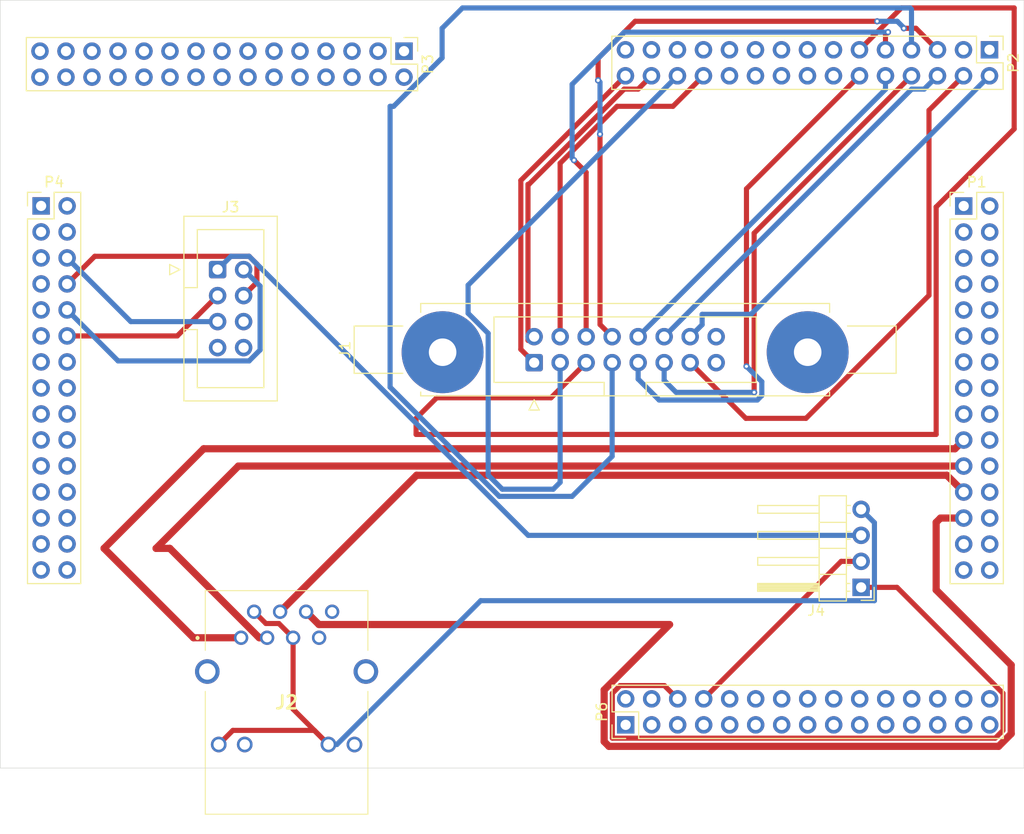
<source format=kicad_pcb>
(kicad_pcb (version 20221018) (generator pcbnew)
  (layers (0 "F.Cu" signal) (31 "B.Cu" signal) (34 "B.Paste" user) (35 "F.Paste" user) (36 "B.SilkS" user "B.Silkscreen") (37 "F.SilkS" user "F.Silkscreen") (38 "B.Mask" user) (39 "F.Mask" user) (44 "Edge.Cuts" user))
  (net 0 "")
  (net 3 "/screen_module/T_IRQ")
  (net 4 "/screen_module/T_DO")
  (net 5 "/screen_module/T_DIN")
  (net 6 "/screen_module/T_CS")
  (net 7 "/screen_module/T_CLK")
  (net 8 "/screen_module/SDO(MISO)")
  (net 9 "/screen_module/LED")
  (net 10 "/screen_module/SCK")
  (net 11 "/screen_module/SDI(MOSI)")
  (net 12 "/screen_module/DC")
  (net 13 "/screen_module/RESET")
  (net 14 "/screen_module/CS")
  (net 15 "/screen_module/GND")
  (net 16 "/screen_module/VCC")
  (net 129 "/ethernet_module/TD+")
  (net 130 "+3.3V")
  (net 143 "/ethernet_module/TD-")
  (net 146 "/ethernet_module/RD+")
  (net 147 "/ethernet_module/RD-")
  (net 148 "/ethernet_module/YLED-")
  (net 149 "/ethernet_module/GLED-")
  (net 150 "Net-(J2-Pad10)")
  (net 151 "Net-(J2-Pad12)")
  (net 152 "GND")
  (net 153 "/SPI_module/RX")
  (net 154 "/SPI_module/CSn")
  (net 155 "/SPI_module/SCK")
  (net 156 "/SPI_module/TX")
  (net 158 "/bluetooth_module/RX")
  (net 159 "/bluetooth_module/TX")
  (footprint "Connector_PinHeader_2.54mm:PinHeader_1x04_P2.54mm_Horizontal" (layer "F.Cu") (at 178.09 133.35 180)
    (fp_text reference "J4" (at 4.385 -2.27) (layer "F.SilkS"))
    (fp_text value "Conn_01x04")
    (fp_line (start -1.27 -1.27) (end 0 -1.27) (stroke (width 0.12)) (layer "F.SilkS"))
    (fp_line (start -1.27 0) (end -1.27 -1.27) (stroke (width 0.12)) (layer "F.SilkS"))
    (fp_line (start 1.042929 2.16) (end 1.44 2.16) (stroke (width 0.12)) (layer "F.SilkS"))
    (fp_line (start 1.042929 2.92) (end 1.44 2.92) (stroke (width 0.12)) (layer "F.SilkS"))
    (fp_line (start 1.042929 4.7) (end 1.44 4.7) (stroke (width 0.12)) (layer "F.SilkS"))
    (fp_line (start 1.042929 5.46) (end 1.44 5.46) (stroke (width 0.12)) (layer "F.SilkS"))
    (fp_line (start 1.042929 7.24) (end 1.44 7.24) (stroke (width 0.12)) (layer "F.SilkS"))
    (fp_line (start 1.042929 8) (end 1.44 8) (stroke (width 0.12)) (layer "F.SilkS"))
    (fp_line (start 1.11 -0.38) (end 1.44 -0.38) (stroke (width 0.12)) (layer "F.SilkS"))
    (fp_line (start 1.11 0.38) (end 1.44 0.38) (stroke (width 0.12)) (layer "F.SilkS"))
    (fp_line (start 1.44 -1.33) (end 1.44 8.95) (stroke (width 0.12)) (layer "F.SilkS"))
    (fp_line (start 1.44 1.27) (end 4.1 1.27) (stroke (width 0.12)) (layer "F.SilkS"))
    (fp_line (start 1.44 3.81) (end 4.1 3.81) (stroke (width 0.12)) (layer "F.SilkS"))
    (fp_line (start 1.44 6.35) (end 4.1 6.35) (stroke (width 0.12)) (layer "F.SilkS"))
    (fp_line (start 1.44 8.95) (end 4.1 8.95) (stroke (width 0.12)) (layer "F.SilkS"))
    (fp_line (start 4.1 -1.33) (end 1.44 -1.33) (stroke (width 0.12)) (layer "F.SilkS"))
    (fp_line (start 4.1 -0.38) (end 10.1 -0.38) (stroke (width 0.12)) (layer "F.SilkS"))
    (fp_line (start 4.1 -0.32) (end 10.1 -0.32) (stroke (width 0.12)) (layer "F.SilkS"))
    (fp_line (start 4.1 -0.2) (end 10.1 -0.2) (stroke (width 0.12)) (layer "F.SilkS"))
    (fp_line (start 4.1 -0.08) (end 10.1 -0.08) (stroke (width 0.12)) (layer "F.SilkS"))
    (fp_line (start 4.1 0.04) (end 10.1 0.04) (stroke (width 0.12)) (layer "F.SilkS"))
    (fp_line (start 4.1 0.16) (end 10.1 0.16) (stroke (width 0.12)) (layer "F.SilkS"))
    (fp_line (start 4.1 0.28) (end 10.1 0.28) (stroke (width 0.12)) (layer "F.SilkS"))
    (fp_line (start 4.1 2.16) (end 10.1 2.16) (stroke (width 0.12)) (layer "F.SilkS"))
    (fp_line (start 4.1 4.7) (end 10.1 4.7) (stroke (width 0.12)) (layer "F.SilkS"))
    (fp_line (start 4.1 7.24) (end 10.1 7.24) (stroke (width 0.12)) (layer "F.SilkS"))
    (fp_line (start 4.1 8.95) (end 4.1 -1.33) (stroke (width 0.12)) (layer "F.SilkS"))
    (fp_line (start 10.1 -0.38) (end 10.1 0.38) (stroke (width 0.12)) (layer "F.SilkS"))
    (fp_line (start 10.1 0.38) (end 4.1 0.38) (stroke (width 0.12)) (layer "F.SilkS"))
    (fp_line (start 10.1 2.16) (end 10.1 2.92) (stroke (width 0.12)) (layer "F.SilkS"))
    (fp_line (start 10.1 2.92) (end 4.1 2.92) (stroke (width 0.12)) (layer "F.SilkS"))
    (fp_line (start 10.1 4.7) (end 10.1 5.46) (stroke (width 0.12)) (layer "F.SilkS"))
    (fp_line (start 10.1 5.46) (end 4.1 5.46) (stroke (width 0.12)) (layer "F.SilkS"))
    (fp_line (start 10.1 7.24) (end 10.1 8) (stroke (width 0.12)) (layer "F.SilkS"))
    (fp_line (start 10.1 8) (end 4.1 8) (stroke (width 0.12)) (layer "F.SilkS"))
    (pad "1" thru_hole rect (at 0 0 180) (size 1.7 1.7) (drill 1) (layers "*.Cu" "*.Mask") (net 158 "/bluetooth_module/RX"))
    (pad "2" thru_hole oval (at 0 2.54 180) (size 1.7 1.7) (drill 1) (layers "*.Cu" "*.Mask") (net 159 "/bluetooth_module/TX"))
    (pad "3" thru_hole oval (at 0 5.08 180) (size 1.7 1.7) (drill 1) (layers "*.Cu" "*.Mask") (net 152 "GND"))
    (pad "4" thru_hole oval (at 0 7.62 180) (size 1.7 1.7) (drill 1) (layers "*.Cu" "*.Mask") (net 130 "+3.3V"))
  )
  (footprint "Connector_PinHeader_2.54mm:PinHeader_2x15_P2.54mm_Vertical" (layer "F.Cu") (at 188.11 96.1)
    (fp_text reference "P1" (at 1.27 -2.33) (layer "F.SilkS"))
    (fp_text value "Conn_02x15_Counter_Clockwise" hide)
    (fp_line (start -1.33 -1.33) (end 0 -1.33) (stroke (width 0.12)) (layer "F.SilkS"))
    (fp_line (start -1.33 0) (end -1.33 -1.33) (stroke (width 0.12)) (layer "F.SilkS"))
    (fp_line (start -1.33 1.27) (end -1.33 36.89) (stroke (width 0.12)) (layer "F.SilkS"))
    (fp_line (start -1.33 1.27) (end 1.27 1.27) (stroke (width 0.12)) (layer "F.SilkS"))
    (fp_line (start -1.33 36.89) (end 3.87 36.89) (stroke (width 0.12)) (layer "F.SilkS"))
    (fp_line (start 1.27 -1.33) (end 3.87 -1.33) (stroke (width 0.12)) (layer "F.SilkS"))
    (fp_line (start 1.27 1.27) (end 1.27 -1.33) (stroke (width 0.12)) (layer "F.SilkS"))
    (fp_line (start 3.87 -1.33) (end 3.87 36.89) (stroke (width 0.12)) (layer "F.SilkS"))
    (pad "1" thru_hole rect (at 0 0) (size 1.7 1.7) (drill 1) (layers "*.Cu" "*.Mask"))
    (pad "2" thru_hole oval (at 2.54 0) (size 1.7 1.7) (drill 1) (layers "*.Cu" "*.Mask"))
    (pad "3" thru_hole oval (at 0 2.54) (size 1.7 1.7) (drill 1) (layers "*.Cu" "*.Mask"))
    (pad "4" thru_hole oval (at 2.54 2.54) (size 1.7 1.7) (drill 1) (layers "*.Cu" "*.Mask"))
    (pad "5" thru_hole oval (at 0 5.08) (size 1.7 1.7) (drill 1) (layers "*.Cu" "*.Mask"))
    (pad "6" thru_hole oval (at 2.54 5.08) (size 1.7 1.7) (drill 1) (layers "*.Cu" "*.Mask"))
    (pad "7" thru_hole oval (at 0 7.62) (size 1.7 1.7) (drill 1) (layers "*.Cu" "*.Mask"))
    (pad "8" thru_hole oval (at 2.54 7.62) (size 1.7 1.7) (drill 1) (layers "*.Cu" "*.Mask"))
    (pad "9" thru_hole oval (at 0 10.16) (size 1.7 1.7) (drill 1) (layers "*.Cu" "*.Mask"))
    (pad "10" thru_hole oval (at 2.54 10.16) (size 1.7 1.7) (drill 1) (layers "*.Cu" "*.Mask"))
    (pad "11" thru_hole oval (at 0 12.7) (size 1.7 1.7) (drill 1) (layers "*.Cu" "*.Mask"))
    (pad "12" thru_hole oval (at 2.54 12.7) (size 1.7 1.7) (drill 1) (layers "*.Cu" "*.Mask"))
    (pad "13" thru_hole oval (at 0 15.24) (size 1.7 1.7) (drill 1) (layers "*.Cu" "*.Mask"))
    (pad "14" thru_hole oval (at 2.54 15.24) (size 1.7 1.7) (drill 1) (layers "*.Cu" "*.Mask"))
    (pad "15" thru_hole oval (at 0 17.78) (size 1.7 1.7) (drill 1) (layers "*.Cu" "*.Mask"))
    (pad "16" thru_hole oval (at 2.54 17.78) (size 1.7 1.7) (drill 1) (layers "*.Cu" "*.Mask"))
    (pad "17" thru_hole oval (at 0 20.32) (size 1.7 1.7) (drill 1) (layers "*.Cu" "*.Mask"))
    (pad "18" thru_hole oval (at 2.54 20.32) (size 1.7 1.7) (drill 1) (layers "*.Cu" "*.Mask"))
    (pad "19" thru_hole oval (at 0 22.86) (size 1.7 1.7) (drill 1) (layers "*.Cu" "*.Mask") (net 129 "/ethernet_module/TD+"))
    (pad "20" thru_hole oval (at 2.54 22.86) (size 1.7 1.7) (drill 1) (layers "*.Cu" "*.Mask"))
    (pad "21" thru_hole oval (at 0 25.4) (size 1.7 1.7) (drill 1) (layers "*.Cu" "*.Mask") (net 143 "/ethernet_module/TD-"))
    (pad "22" thru_hole oval (at 2.54 25.4) (size 1.7 1.7) (drill 1) (layers "*.Cu" "*.Mask"))
    (pad "23" thru_hole oval (at 0 27.94) (size 1.7 1.7) (drill 1) (layers "*.Cu" "*.Mask") (net 146 "/ethernet_module/RD+"))
    (pad "24" thru_hole oval (at 2.54 27.94) (size 1.7 1.7) (drill 1) (layers "*.Cu" "*.Mask"))
    (pad "25" thru_hole oval (at 0 30.48) (size 1.7 1.7) (drill 1) (layers "*.Cu" "*.Mask") (net 147 "/ethernet_module/RD-"))
    (pad "26" thru_hole oval (at 2.54 30.48) (size 1.7 1.7) (drill 1) (layers "*.Cu" "*.Mask"))
    (pad "27" thru_hole oval (at 0 33.02) (size 1.7 1.7) (drill 1) (layers "*.Cu" "*.Mask"))
    (pad "28" thru_hole oval (at 2.54 33.02) (size 1.7 1.7) (drill 1) (layers "*.Cu" "*.Mask"))
    (pad "29" thru_hole oval (at 0 35.56) (size 1.7 1.7) (drill 1) (layers "*.Cu" "*.Mask"))
    (pad "30" thru_hole oval (at 2.54 35.56) (size 1.7 1.7) (drill 1) (layers "*.Cu" "*.Mask"))
  )
  (footprint "Connector_IDC:IDC-Header_2x08-1MP_P2.54mm_Latch6.5mm_Vertical" (layer "F.Cu") (at 146.15 111.4 90)
    (fp_text reference "J1" (at 1.27 -18.47 90) (layer "F.SilkS"))
    (fp_text value "Conn_01x14")
    (fp_line (start -4.63 -0.5) (end -4.63 0.5) (stroke (width 0.12)) (layer "F.SilkS"))
    (fp_line (start -4.63 0.5) (end -3.63 0) (stroke (width 0.12)) (layer "F.SilkS"))
    (fp_line (start -3.63 0) (end -4.63 -0.5) (stroke (width 0.12)) (layer "F.SilkS"))
    (fp_line (start -3.24 -11.08) (end -3.24 28.86) (stroke (width 0.12)) (layer "F.SilkS"))
    (fp_line (start -3.24 6.84) (end -1.93 6.84) (stroke (width 0.12)) (layer "F.SilkS"))
    (fp_line (start -3.24 28.86) (end -2.87 28.86) (stroke (width 0.12)) (layer "F.SilkS"))
    (fp_line (start -2.87 -11.08) (end -3.24 -11.08) (stroke (width 0.12)) (layer "F.SilkS"))
    (fp_line (start -1.93 -3.92) (end 4.47 -3.92) (stroke (width 0.12)) (layer "F.SilkS"))
    (fp_line (start -1.93 6.84) (end -1.93 -3.92) (stroke (width 0.12)) (layer "F.SilkS"))
    (fp_line (start -1.93 10.94) (end -3.24 10.94) (stroke (width 0.12)) (layer "F.SilkS"))
    (fp_line (start -1.93 10.94) (end -1.93 10.94) (stroke (width 0.12)) (layer "F.SilkS"))
    (fp_line (start -1.93 21.7) (end -1.93 10.94) (stroke (width 0.12)) (layer "F.SilkS"))
    (fp_line (start -1.04 -17.58) (end 3.58 -17.58) (stroke (width 0.12)) (layer "F.SilkS"))
    (fp_line (start -1.04 -12.83) (end -1.04 -17.58) (stroke (width 0.12)) (layer "F.SilkS"))
    (fp_line (start -1.04 30.61) (end -1.04 35.36) (stroke (width 0.12)) (layer "F.SilkS"))
    (fp_line (start -1.04 35.36) (end 3.58 35.36) (stroke (width 0.12)) (layer "F.SilkS"))
    (fp_line (start 3.58 -17.58) (end 3.58 -12.83) (stroke (width 0.12)) (layer "F.SilkS"))
    (fp_line (start 3.58 35.36) (end 3.58 30.61) (stroke (width 0.12)) (layer "F.SilkS"))
    (fp_line (start 4.47 -3.92) (end 4.47 21.7) (stroke (width 0.12)) (layer "F.SilkS"))
    (fp_line (start 4.47 21.7) (end -1.93 21.7) (stroke (width 0.12)) (layer "F.SilkS"))
    (fp_line (start 4.91 -11.08) (end 5.78 -11.08) (stroke (width 0.12)) (layer "F.SilkS"))
    (fp_line (start 5.78 -11.08) (end 5.78 28.86) (stroke (width 0.12)) (layer "F.SilkS"))
    (fp_line (start 5.78 28.86) (end 4.91 28.86) (stroke (width 0.12)) (layer "F.SilkS"))
    (pad "1" thru_hole roundrect (at 0 0 90) (size 1.7 1.7) (drill 1) (layers "*.Cu" "*.Mask") (roundrect_rratio 0.147059) (net 3 "/screen_module/T_IRQ"))
    (pad "2" thru_hole circle (at 2.54 0 90) (size 1.7 1.7) (drill 1) (layers "*.Cu" "*.Mask") (net 4 "/screen_module/T_DO"))
    (pad "3" thru_hole circle (at 0 2.54 90) (size 1.7 1.7) (drill 1) (layers "*.Cu" "*.Mask") (net 5 "/screen_module/T_DIN"))
    (pad "4" thru_hole circle (at 2.54 2.54 90) (size 1.7 1.7) (drill 1) (layers "*.Cu" "*.Mask") (net 6 "/screen_module/T_CS"))
    (pad "5" thru_hole circle (at 0 5.08 90) (size 1.7 1.7) (drill 1) (layers "*.Cu" "*.Mask") (net 7 "/screen_module/T_CLK"))
    (pad "6" thru_hole circle (at 2.54 5.08 90) (size 1.7 1.7) (drill 1) (layers "*.Cu" "*.Mask") (net 8 "/screen_module/SDO(MISO)"))
    (pad "7" thru_hole circle (at 0 7.62 90) (size 1.7 1.7) (drill 1) (layers "*.Cu" "*.Mask") (net 9 "/screen_module/LED"))
    (pad "8" thru_hole circle (at 2.54 7.62 90) (size 1.7 1.7) (drill 1) (layers "*.Cu" "*.Mask") (net 10 "/screen_module/SCK"))
    (pad "9" thru_hole circle (at 0 10.16 90) (size 1.7 1.7) (drill 1) (layers "*.Cu" "*.Mask") (net 11 "/screen_module/SDI(MOSI)"))
    (pad "10" thru_hole circle (at 2.54 10.16 90) (size 1.7 1.7) (drill 1) (layers "*.Cu" "*.Mask") (net 12 "/screen_module/DC"))
    (pad "11" thru_hole circle (at 0 12.7 90) (size 1.7 1.7) (drill 1) (layers "*.Cu" "*.Mask") (net 13 "/screen_module/RESET"))
    (pad "12" thru_hole circle (at 2.54 12.7 90) (size 1.7 1.7) (drill 1) (layers "*.Cu" "*.Mask") (net 14 "/screen_module/CS"))
    (pad "13" thru_hole circle (at 0 15.24 90) (size 1.7 1.7) (drill 1) (layers "*.Cu" "*.Mask") (net 15 "/screen_module/GND"))
    (pad "14" thru_hole circle (at 2.54 15.24 90) (size 1.7 1.7) (drill 1) (layers "*.Cu" "*.Mask") (net 16 "/screen_module/VCC"))
    (pad "15" thru_hole circle (at 0 17.78 90) (size 1.7 1.7) (drill 1) (layers "*.Cu" "*.Mask"))
    (pad "16" thru_hole circle (at 2.54 17.78 90) (size 1.7 1.7) (drill 1) (layers "*.Cu" "*.Mask"))
    (pad "MP" thru_hole circle (at 1.02 -8.94 90) (size 8 8) (drill 2.69) (layers "*.Cu" "*.Mask"))
    (pad "MP" thru_hole circle (at 1.02 26.72 90) (size 8 8) (drill 2.69) (layers "*.Cu" "*.Mask"))
  )
  (footprint "Connector_IDC:IDC-Header_2x04_P2.54mm_Vertical" (layer "F.Cu") (at 115.23 102.31)
    (fp_text reference "J3" (at 1.27 -6.1) (layer "F.SilkS"))
    (fp_text value "Conn_02x03_Counter_Clockwise")
    (fp_line (start -4.68 -0.5) (end -4.68 0.5) (stroke (width 0.12)) (layer "F.SilkS"))
    (fp_line (start -4.68 0.5) (end -3.68 0) (stroke (width 0.12)) (layer "F.SilkS"))
    (fp_line (start -3.68 0) (end -4.68 -0.5) (stroke (width 0.12)) (layer "F.SilkS"))
    (fp_line (start -3.29 -5.21) (end 5.83 -5.21) (stroke (width 0.12)) (layer "F.SilkS"))
    (fp_line (start -3.29 1.76) (end -1.98 1.76) (stroke (width 0.12)) (layer "F.SilkS"))
    (fp_line (start -3.29 12.83) (end -3.29 -5.21) (stroke (width 0.12)) (layer "F.SilkS"))
    (fp_line (start -1.98 -3.91) (end 4.52 -3.91) (stroke (width 0.12)) (layer "F.SilkS"))
    (fp_line (start -1.98 1.76) (end -1.98 -3.91) (stroke (width 0.12)) (layer "F.SilkS"))
    (fp_line (start -1.98 5.86) (end -3.29 5.86) (stroke (width 0.12)) (layer "F.SilkS"))
    (fp_line (start -1.98 5.86) (end -1.98 5.86) (stroke (width 0.12)) (layer "F.SilkS"))
    (fp_line (start -1.98 11.53) (end -1.98 5.86) (stroke (width 0.12)) (layer "F.SilkS"))
    (fp_line (start 4.52 -3.91) (end 4.52 11.53) (stroke (width 0.12)) (layer "F.SilkS"))
    (fp_line (start 4.52 11.53) (end -1.98 11.53) (stroke (width 0.12)) (layer "F.SilkS"))
    (fp_line (start 5.83 -5.21) (end 5.83 12.83) (stroke (width 0.12)) (layer "F.SilkS"))
    (fp_line (start 5.83 12.83) (end -3.29 12.83) (stroke (width 0.12)) (layer "F.SilkS"))
    (pad "1" thru_hole roundrect (at 0 0) (size 1.7 1.7) (drill 1) (layers "*.Cu" "*.Mask") (roundrect_rratio 0.147059) (net 152 "GND"))
    (pad "2" thru_hole circle (at 2.54 0) (size 1.7 1.7) (drill 1) (layers "*.Cu" "*.Mask") (net 153 "/SPI_module/RX"))
    (pad "3" thru_hole circle (at 0 2.54) (size 1.7 1.7) (drill 1) (layers "*.Cu" "*.Mask") (net 154 "/SPI_module/CSn"))
    (pad "4" thru_hole circle (at 2.54 2.54) (size 1.7 1.7) (drill 1) (layers "*.Cu" "*.Mask") (net 155 "/SPI_module/SCK"))
    (pad "5" thru_hole circle (at 0 5.08) (size 1.7 1.7) (drill 1) (layers "*.Cu" "*.Mask") (net 156 "/SPI_module/TX"))
    (pad "6" thru_hole circle (at 2.54 5.08) (size 1.7 1.7) (drill 1) (layers "*.Cu" "*.Mask"))
    (pad "7" thru_hole circle (at 0 7.62) (size 1.7 1.7) (drill 1) (layers "*.Cu" "*.Mask"))
    (pad "8" thru_hole circle (at 2.54 7.62) (size 1.7 1.7) (drill 1) (layers "*.Cu" "*.Mask"))
  )
  (footprint "Connector_PinHeader_2.54mm:PinHeader_2x15_P2.54mm_Vertical" (layer "F.Cu") (at 155.09 146.78 90)
    (fp_text reference "P6" (at 1.27 -2.33 90) (layer "F.SilkS"))
    (fp_text value "Conn_02x15_Counter_Clockwise")
    (fp_line (start -1.33 -1.33) (end 0 -1.33) (stroke (width 0.12)) (layer "F.SilkS"))
    (fp_line (start -1.33 0) (end -1.33 -1.33) (stroke (width 0.12)) (layer "F.SilkS"))
    (fp_line (start -1.33 1.27) (end -1.33 36.89) (stroke (width 0.12)) (layer "F.SilkS"))
    (fp_line (start -1.33 1.27) (end 1.27 1.27) (stroke (width 0.12)) (layer "F.SilkS"))
    (fp_line (start -1.33 36.89) (end 3.87 36.89) (stroke (width 0.12)) (layer "F.SilkS"))
    (fp_line (start 1.27 -1.33) (end 3.87 -1.33) (stroke (width 0.12)) (layer "F.SilkS"))
    (fp_line (start 1.27 1.27) (end 1.27 -1.33) (stroke (width 0.12)) (layer "F.SilkS"))
    (fp_line (start 3.87 -1.33) (end 3.87 36.89) (stroke (width 0.12)) (layer "F.SilkS"))
    (pad "1" thru_hole rect (at 0 0 90) (size 1.7 1.7) (drill 1) (layers "*.Cu" "*.Mask"))
    (pad "2" thru_hole oval (at 2.54 0 90) (size 1.7 1.7) (drill 1) (layers "*.Cu" "*.Mask"))
    (pad "3" thru_hole oval (at 0 2.54 90) (size 1.7 1.7) (drill 1) (layers "*.Cu" "*.Mask"))
    (pad "4" thru_hole oval (at 2.54 2.54 90) (size 1.7 1.7) (drill 1) (layers "*.Cu" "*.Mask"))
    (pad "5" thru_hole oval (at 0 5.08 90) (size 1.7 1.7) (drill 1) (layers "*.Cu" "*.Mask"))
    (pad "6" thru_hole oval (at 2.54 5.08 90) (size 1.7 1.7) (drill 1) (layers "*.Cu" "*.Mask") (net 158 "/bluetooth_module/RX"))
    (pad "7" thru_hole oval (at 0 7.62 90) (size 1.7 1.7) (drill 1) (layers "*.Cu" "*.Mask"))
    (pad "8" thru_hole oval (at 2.54 7.62 90) (size 1.7 1.7) (drill 1) (layers "*.Cu" "*.Mask") (net 159 "/bluetooth_module/TX"))
    (pad "9" thru_hole oval (at 0 10.16 90) (size 1.7 1.7) (drill 1) (layers "*.Cu" "*.Mask"))
    (pad "10" thru_hole oval (at 2.54 10.16 90) (size 1.7 1.7) (drill 1) (layers "*.Cu" "*.Mask"))
    (pad "11" thru_hole oval (at 0 12.7 90) (size 1.7 1.7) (drill 1) (layers "*.Cu" "*.Mask"))
    (pad "12" thru_hole oval (at 2.54 12.7 90) (size 1.7 1.7) (drill 1) (layers "*.Cu" "*.Mask"))
    (pad "13" thru_hole oval (at 0 15.24 90) (size 1.7 1.7) (drill 1) (layers "*.Cu" "*.Mask"))
    (pad "14" thru_hole oval (at 2.54 15.24 90) (size 1.7 1.7) (drill 1) (layers "*.Cu" "*.Mask"))
    (pad "15" thru_hole oval (at 0 17.78 90) (size 1.7 1.7) (drill 1) (layers "*.Cu" "*.Mask"))
    (pad "16" thru_hole oval (at 2.54 17.78 90) (size 1.7 1.7) (drill 1) (layers "*.Cu" "*.Mask"))
    (pad "17" thru_hole oval (at 0 20.32 90) (size 1.7 1.7) (drill 1) (layers "*.Cu" "*.Mask"))
    (pad "18" thru_hole oval (at 2.54 20.32 90) (size 1.7 1.7) (drill 1) (layers "*.Cu" "*.Mask"))
    (pad "19" thru_hole oval (at 0 22.86 90) (size 1.7 1.7) (drill 1) (layers "*.Cu" "*.Mask"))
    (pad "20" thru_hole oval (at 2.54 22.86 90) (size 1.7 1.7) (drill 1) (layers "*.Cu" "*.Mask"))
    (pad "21" thru_hole oval (at 0 25.4 90) (size 1.7 1.7) (drill 1) (layers "*.Cu" "*.Mask"))
    (pad "22" thru_hole oval (at 2.54 25.4 90) (size 1.7 1.7) (drill 1) (layers "*.Cu" "*.Mask"))
    (pad "23" thru_hole oval (at 0 27.94 90) (size 1.7 1.7) (drill 1) (layers "*.Cu" "*.Mask"))
    (pad "24" thru_hole oval (at 2.54 27.94 90) (size 1.7 1.7) (drill 1) (layers "*.Cu" "*.Mask"))
    (pad "25" thru_hole oval (at 0 30.48 90) (size 1.7 1.7) (drill 1) (layers "*.Cu" "*.Mask"))
    (pad "26" thru_hole oval (at 2.54 30.48 90) (size 1.7 1.7) (drill 1) (layers "*.Cu" "*.Mask"))
    (pad "27" thru_hole oval (at 0 33.02 90) (size 1.7 1.7) (drill 1) (layers "*.Cu" "*.Mask"))
    (pad "28" thru_hole oval (at 2.54 33.02 90) (size 1.7 1.7) (drill 1) (layers "*.Cu" "*.Mask"))
    (pad "29" thru_hole oval (at 0 35.56 90) (size 1.7 1.7) (drill 1) (layers "*.Cu" "*.Mask"))
    (pad "30" thru_hole oval (at 2.54 35.56 90) (size 1.7 1.7) (drill 1) (layers "*.Cu" "*.Mask"))
  )
  (footprint "Connector_PinHeader_2.54mm:PinHeader_2x15_P2.54mm_Vertical" (layer "F.Cu") (at 190.63 80.84 -90)
    (fp_text reference "P2" (at 1.27 -2.33 90) (layer "F.SilkS"))
    (fp_text value "Conn_02x15_Counter_Clockwise" hide)
    (fp_line (start -1.33 -1.33) (end 0 -1.33) (stroke (width 0.12)) (layer "F.SilkS"))
    (fp_line (start -1.33 0) (end -1.33 -1.33) (stroke (width 0.12)) (layer "F.SilkS"))
    (fp_line (start -1.33 1.27) (end -1.33 36.89) (stroke (width 0.12)) (layer "F.SilkS"))
    (fp_line (start -1.33 1.27) (end 1.27 1.27) (stroke (width 0.12)) (layer "F.SilkS"))
    (fp_line (start -1.33 36.89) (end 3.87 36.89) (stroke (width 0.12)) (layer "F.SilkS"))
    (fp_line (start 1.27 -1.33) (end 3.87 -1.33) (stroke (width 0.12)) (layer "F.SilkS"))
    (fp_line (start 1.27 1.27) (end 1.27 -1.33) (stroke (width 0.12)) (layer "F.SilkS"))
    (fp_line (start 3.87 -1.33) (end 3.87 36.89) (stroke (width 0.12)) (layer "F.SilkS"))
    (pad "1" thru_hole rect (at 0 0 270) (size 1.7 1.7) (drill 1) (layers "*.Cu" "*.Mask"))
    (pad "2" thru_hole oval (at 2.54 0 270) (size 1.7 1.7) (drill 1) (layers "*.Cu" "*.Mask") (net 16 "/screen_module/VCC"))
    (pad "3" thru_hole oval (at 0 2.54 270) (size 1.7 1.7) (drill 1) (layers "*.Cu" "*.Mask"))
    (pad "4" thru_hole oval (at 2.54 2.54 270) (size 1.7 1.7) (drill 1) (layers "*.Cu" "*.Mask") (net 15 "/screen_module/GND"))
    (pad "5" thru_hole oval (at 0 5.08 270) (size 1.7 1.7) (drill 1) (layers "*.Cu" "*.Mask") (net 10 "/screen_module/SCK"))
    (pad "6" thru_hole oval (at 2.54 5.08 270) (size 1.7 1.7) (drill 1) (layers "*.Cu" "*.Mask") (net 14 "/screen_module/CS"))
    (pad "7" thru_hole oval (at 0 7.62 270) (size 1.7 1.7) (drill 1) (layers "*.Cu" "*.Mask") (net 9 "/screen_module/LED"))
    (pad "8" thru_hole oval (at 2.54 7.62 270) (size 1.7 1.7) (drill 1) (layers "*.Cu" "*.Mask") (net 13 "/screen_module/RESET"))
    (pad "9" thru_hole oval (at 0 10.16 270) (size 1.7 1.7) (drill 1) (layers "*.Cu" "*.Mask") (net 8 "/screen_module/SDO(MISO)"))
    (pad "10" thru_hole oval (at 2.54 10.16 270) (size 1.7 1.7) (drill 1) (layers "*.Cu" "*.Mask") (net 12 "/screen_module/DC"))
    (pad "11" thru_hole oval (at 0 12.7 270) (size 1.7 1.7) (drill 1) (layers "*.Cu" "*.Mask") (net 7 "/screen_module/T_CLK"))
    (pad "12" thru_hole oval (at 2.54 12.7 270) (size 1.7 1.7) (drill 1) (layers "*.Cu" "*.Mask") (net 11 "/screen_module/SDI(MOSI)"))
    (pad "13" thru_hole oval (at 0 15.24 270) (size 1.7 1.7) (drill 1) (layers "*.Cu" "*.Mask"))
    (pad "14" thru_hole oval (at 2.54 15.24 270) (size 1.7 1.7) (drill 1) (layers "*.Cu" "*.Mask"))
    (pad "15" thru_hole oval (at 0 17.78 270) (size 1.7 1.7) (drill 1) (layers "*.Cu" "*.Mask"))
    (pad "16" thru_hole oval (at 2.54 17.78 270) (size 1.7 1.7) (drill 1) (layers "*.Cu" "*.Mask"))
    (pad "17" thru_hole oval (at 0 20.32 270) (size 1.7 1.7) (drill 1) (layers "*.Cu" "*.Mask"))
    (pad "18" thru_hole oval (at 2.54 20.32 270) (size 1.7 1.7) (drill 1) (layers "*.Cu" "*.Mask"))
    (pad "19" thru_hole oval (at 0 22.86 270) (size 1.7 1.7) (drill 1) (layers "*.Cu" "*.Mask"))
    (pad "20" thru_hole oval (at 2.54 22.86 270) (size 1.7 1.7) (drill 1) (layers "*.Cu" "*.Mask"))
    (pad "21" thru_hole oval (at 0 25.4 270) (size 1.7 1.7) (drill 1) (layers "*.Cu" "*.Mask"))
    (pad "22" thru_hole oval (at 2.54 25.4 270) (size 1.7 1.7) (drill 1) (layers "*.Cu" "*.Mask"))
    (pad "23" thru_hole oval (at 0 27.94 270) (size 1.7 1.7) (drill 1) (layers "*.Cu" "*.Mask") (net 149 "/ethernet_module/GLED-"))
    (pad "24" thru_hole oval (at 2.54 27.94 270) (size 1.7 1.7) (drill 1) (layers "*.Cu" "*.Mask") (net 6 "/screen_module/T_CS"))
    (pad "25" thru_hole oval (at 0 30.48 270) (size 1.7 1.7) (drill 1) (layers "*.Cu" "*.Mask") (net 148 "/ethernet_module/YLED-"))
    (pad "26" thru_hole oval (at 2.54 30.48 270) (size 1.7 1.7) (drill 1) (layers "*.Cu" "*.Mask") (net 5 "/screen_module/T_DIN"))
    (pad "27" thru_hole oval (at 0 33.02 270) (size 1.7 1.7) (drill 1) (layers "*.Cu" "*.Mask"))
    (pad "28" thru_hole oval (at 2.54 33.02 270) (size 1.7 1.7) (drill 1) (layers "*.Cu" "*.Mask") (net 4 "/screen_module/T_DO"))
    (pad "29" thru_hole oval (at 0 35.56 270) (size 1.7 1.7) (drill 1) (layers "*.Cu" "*.Mask"))
    (pad "30" thru_hole oval (at 2.54 35.56 270) (size 1.7 1.7) (drill 1) (layers "*.Cu" "*.Mask") (net 3 "/screen_module/T_IRQ"))
  )
  (footprint "Connector_PinHeader_2.54mm:PinHeader_2x15_P2.54mm_Vertical" (layer "F.Cu") (at 97.99 96.09)
    (fp_text reference "P4" (at 1.27 -2.33) (layer "F.SilkS"))
    (fp_text value "Conn_02x15_Counter_Clockwise" hide)
    (fp_line (start -1.33 -1.33) (end 0 -1.33) (stroke (width 0.12)) (layer "F.SilkS"))
    (fp_line (start -1.33 0) (end -1.33 -1.33) (stroke (width 0.12)) (layer "F.SilkS"))
    (fp_line (start -1.33 1.27) (end -1.33 36.89) (stroke (width 0.12)) (layer "F.SilkS"))
    (fp_line (start -1.33 1.27) (end 1.27 1.27) (stroke (width 0.12)) (layer "F.SilkS"))
    (fp_line (start -1.33 36.89) (end 3.87 36.89) (stroke (width 0.12)) (layer "F.SilkS"))
    (fp_line (start 1.27 -1.33) (end 3.87 -1.33) (stroke (width 0.12)) (layer "F.SilkS"))
    (fp_line (start 1.27 1.27) (end 1.27 -1.33) (stroke (width 0.12)) (layer "F.SilkS"))
    (fp_line (start 3.87 -1.33) (end 3.87 36.89) (stroke (width 0.12)) (layer "F.SilkS"))
    (pad "1" thru_hole rect (at 0 0) (size 1.7 1.7) (drill 1) (layers "*.Cu" "*.Mask"))
    (pad "2" thru_hole oval (at 2.54 0) (size 1.7 1.7) (drill 1) (layers "*.Cu" "*.Mask"))
    (pad "3" thru_hole oval (at 0 2.54) (size 1.7 1.7) (drill 1) (layers "*.Cu" "*.Mask"))
    (pad "4" thru_hole oval (at 2.54 2.54) (size 1.7 1.7) (drill 1) (layers "*.Cu" "*.Mask"))
    (pad "5" thru_hole oval (at 0 5.08) (size 1.7 1.7) (drill 1) (layers "*.Cu" "*.Mask"))
    (pad "6" thru_hole oval (at 2.54 5.08) (size 1.7 1.7) (drill 1) (layers "*.Cu" "*.Mask") (net 156 "/SPI_module/TX"))
    (pad "7" thru_hole oval (at 0 7.62) (size 1.7 1.7) (drill 1) (layers "*.Cu" "*.Mask"))
    (pad "8" thru_hole oval (at 2.54 7.62) (size 1.7 1.7) (drill 1) (layers "*.Cu" "*.Mask") (net 155 "/SPI_module/SCK"))
    (pad "9" thru_hole oval (at 0 10.16) (size 1.7 1.7) (drill 1) (layers "*.Cu" "*.Mask"))
    (pad "10" thru_hole oval (at 2.54 10.16) (size 1.7 1.7) (drill 1) (layers "*.Cu" "*.Mask") (net 153 "/SPI_module/RX"))
    (pad "11" thru_hole oval (at 0 12.7) (size 1.7 1.7) (drill 1) (layers "*.Cu" "*.Mask"))
    (pad "12" thru_hole oval (at 2.54 12.7) (size 1.7 1.7) (drill 1) (layers "*.Cu" "*.Mask") (net 154 "/SPI_module/CSn"))
    (pad "13" thru_hole oval (at 0 15.24) (size 1.7 1.7) (drill 1) (layers "*.Cu" "*.Mask"))
    (pad "14" thru_hole oval (at 2.54 15.24) (size 1.7 1.7) (drill 1) (layers "*.Cu" "*.Mask"))
    (pad "15" thru_hole oval (at 0 17.78) (size 1.7 1.7) (drill 1) (layers "*.Cu" "*.Mask"))
    (pad "16" thru_hole oval (at 2.54 17.78) (size 1.7 1.7) (drill 1) (layers "*.Cu" "*.Mask"))
    (pad "17" thru_hole oval (at 0 20.32) (size 1.7 1.7) (drill 1) (layers "*.Cu" "*.Mask"))
    (pad "18" thru_hole oval (at 2.54 20.32) (size 1.7 1.7) (drill 1) (layers "*.Cu" "*.Mask"))
    (pad "19" thru_hole oval (at 0 22.86) (size 1.7 1.7) (drill 1) (layers "*.Cu" "*.Mask"))
    (pad "20" thru_hole oval (at 2.54 22.86) (size 1.7 1.7) (drill 1) (layers "*.Cu" "*.Mask"))
    (pad "21" thru_hole oval (at 0 25.4) (size 1.7 1.7) (drill 1) (layers "*.Cu" "*.Mask"))
    (pad "22" thru_hole oval (at 2.54 25.4) (size 1.7 1.7) (drill 1) (layers "*.Cu" "*.Mask"))
    (pad "23" thru_hole oval (at 0 27.94) (size 1.7 1.7) (drill 1) (layers "*.Cu" "*.Mask"))
    (pad "24" thru_hole oval (at 2.54 27.94) (size 1.7 1.7) (drill 1) (layers "*.Cu" "*.Mask"))
    (pad "25" thru_hole oval (at 0 30.48) (size 1.7 1.7) (drill 1) (layers "*.Cu" "*.Mask"))
    (pad "26" thru_hole oval (at 2.54 30.48) (size 1.7 1.7) (drill 1) (layers "*.Cu" "*.Mask"))
    (pad "27" thru_hole oval (at 0 33.02) (size 1.7 1.7) (drill 1) (layers "*.Cu" "*.Mask"))
    (pad "28" thru_hole oval (at 2.54 33.02) (size 1.7 1.7) (drill 1) (layers "*.Cu" "*.Mask"))
    (pad "29" thru_hole oval (at 0 35.56) (size 1.7 1.7) (drill 1) (layers "*.Cu" "*.Mask"))
    (pad "30" thru_hole oval (at 2.54 35.56) (size 1.7 1.7) (drill 1) (layers "*.Cu" "*.Mask"))
  )
  (footprint "Connector_PinHeader_2.54mm:PinHeader_2x15_P2.54mm_Vertical" (layer "F.Cu") (at 133.44 80.97 -90)
    (fp_text reference "P3" (at 1.27 -2.33 90) (layer "F.SilkS"))
    (fp_text value "Conn_02x15_Counter_Clockwise" hide)
    (fp_line (start -1.33 -1.33) (end 0 -1.33) (stroke (width 0.12)) (layer "F.SilkS"))
    (fp_line (start -1.33 0) (end -1.33 -1.33) (stroke (width 0.12)) (layer "F.SilkS"))
    (fp_line (start -1.33 1.27) (end -1.33 36.89) (stroke (width 0.12)) (layer "F.SilkS"))
    (fp_line (start -1.33 1.27) (end 1.27 1.27) (stroke (width 0.12)) (layer "F.SilkS"))
    (fp_line (start -1.33 36.89) (end 3.87 36.89) (stroke (width 0.12)) (layer "F.SilkS"))
    (fp_line (start 1.27 -1.33) (end 3.87 -1.33) (stroke (width 0.12)) (layer "F.SilkS"))
    (fp_line (start 1.27 1.27) (end 1.27 -1.33) (stroke (width 0.12)) (layer "F.SilkS"))
    (fp_line (start 3.87 -1.33) (end 3.87 36.89) (stroke (width 0.12)) (layer "F.SilkS"))
    (pad "1" thru_hole rect (at 0 0 270) (size 1.7 1.7) (drill 1) (layers "*.Cu" "*.Mask"))
    (pad "2" thru_hole oval (at 2.54 0 270) (size 1.7 1.7) (drill 1) (layers "*.Cu" "*.Mask"))
    (pad "3" thru_hole oval (at 0 2.54 270) (size 1.7 1.7) (drill 1) (layers "*.Cu" "*.Mask"))
    (pad "4" thru_hole oval (at 2.54 2.54 270) (size 1.7 1.7) (drill 1) (layers "*.Cu" "*.Mask"))
    (pad "5" thru_hole oval (at 0 5.08 270) (size 1.7 1.7) (drill 1) (layers "*.Cu" "*.Mask"))
    (pad "6" thru_hole oval (at 2.54 5.08 270) (size 1.7 1.7) (drill 1) (layers "*.Cu" "*.Mask"))
    (pad "7" thru_hole oval (at 0 7.62 270) (size 1.7 1.7) (drill 1) (layers "*.Cu" "*.Mask"))
    (pad "8" thru_hole oval (at 2.54 7.62 270) (size 1.7 1.7) (drill 1) (layers "*.Cu" "*.Mask"))
    (pad "9" thru_hole oval (at 0 10.16 270) (size 1.7 1.7) (drill 1) (layers "*.Cu" "*.Mask"))
    (pad "10" thru_hole oval (at 2.54 10.16 270) (size 1.7 1.7) (drill 1) (layers "*.Cu" "*.Mask"))
    (pad "11" thru_hole oval (at 0 12.7 270) (size 1.7 1.7) (drill 1) (layers "*.Cu" "*.Mask"))
    (pad "12" thru_hole oval (at 2.54 12.7 270) (size 1.7 1.7) (drill 1) (layers "*.Cu" "*.Mask"))
    (pad "13" thru_hole oval (at 0 15.24 270) (size 1.7 1.7) (drill 1) (layers "*.Cu" "*.Mask"))
    (pad "14" thru_hole oval (at 2.54 15.24 270) (size 1.7 1.7) (drill 1) (layers "*.Cu" "*.Mask"))
    (pad "15" thru_hole oval (at 0 17.78 270) (size 1.7 1.7) (drill 1) (layers "*.Cu" "*.Mask"))
    (pad "16" thru_hole oval (at 2.54 17.78 270) (size 1.7 1.7) (drill 1) (layers "*.Cu" "*.Mask"))
    (pad "17" thru_hole oval (at 0 20.32 270) (size 1.7 1.7) (drill 1) (layers "*.Cu" "*.Mask"))
    (pad "18" thru_hole oval (at 2.54 20.32 270) (size 1.7 1.7) (drill 1) (layers "*.Cu" "*.Mask"))
    (pad "19" thru_hole oval (at 0 22.86 270) (size 1.7 1.7) (drill 1) (layers "*.Cu" "*.Mask"))
    (pad "20" thru_hole oval (at 2.54 22.86 270) (size 1.7 1.7) (drill 1) (layers "*.Cu" "*.Mask"))
    (pad "21" thru_hole oval (at 0 25.4 270) (size 1.7 1.7) (drill 1) (layers "*.Cu" "*.Mask"))
    (pad "22" thru_hole oval (at 2.54 25.4 270) (size 1.7 1.7) (drill 1) (layers "*.Cu" "*.Mask"))
    (pad "23" thru_hole oval (at 0 27.94 270) (size 1.7 1.7) (drill 1) (layers "*.Cu" "*.Mask"))
    (pad "24" thru_hole oval (at 2.54 27.94 270) (size 1.7 1.7) (drill 1) (layers "*.Cu" "*.Mask"))
    (pad "25" thru_hole oval (at 0 30.48 270) (size 1.7 1.7) (drill 1) (layers "*.Cu" "*.Mask"))
    (pad "26" thru_hole oval (at 2.54 30.48 270) (size 1.7 1.7) (drill 1) (layers "*.Cu" "*.Mask"))
    (pad "27" thru_hole oval (at 0 33.02 270) (size 1.7 1.7) (drill 1) (layers "*.Cu" "*.Mask"))
    (pad "28" thru_hole oval (at 2.54 33.02 270) (size 1.7 1.7) (drill 1) (layers "*.Cu" "*.Mask"))
    (pad "29" thru_hole oval (at 0 35.56 270) (size 1.7 1.7) (drill 1) (layers "*.Cu" "*.Mask"))
    (pad "30" thru_hole oval (at 2.54 35.56 270) (size 1.7 1.7) (drill 1) (layers "*.Cu" "*.Mask"))
  )
  (footprint "KiCad:7499011121A" (layer "F.Cu") (at 121.97 144.59 180)
    (fp_text reference "J2" (at 0 0) (layer "F.SilkS") (effects (font (size 1.27 1.27) (thickness 0.254))))
    (fp_text value "7499011121A" hide)
    (fp_line (start -7.94 -10.92) (end 7.94 -10.92) (stroke (width 0.1)) (layer "F.SilkS"))
    (fp_line (start -7.94 1.08) (end -7.94 -10.92) (stroke (width 0.1)) (layer "F.SilkS"))
    (fp_line (start -7.94 5.08) (end -7.94 10.92) (stroke (width 0.1)) (layer "F.SilkS"))
    (fp_line (start -7.94 10.92) (end 7.94 10.92) (stroke (width 0.1)) (layer "F.SilkS"))
    (fp_line (start 7.94 -10.92) (end 7.94 1.08) (stroke (width 0.1)) (layer "F.SilkS"))
    (fp_line (start 7.94 10.92) (end 7.94 5.08) (stroke (width 0.1)) (layer "F.SilkS"))
    (fp_line (start 8.7 6.2) (end 8.7 6.2) (stroke (width 0.2)) (layer "F.SilkS"))
    (fp_line (start 8.7 6.4) (end 8.7 6.4) (stroke (width 0.2)) (layer "F.SilkS"))
    (fp_arc (start 8.7 6.2) (mid 8.8 6.3) (end 8.7 6.4) (stroke (width 0.2)) (layer "F.SilkS"))
    (fp_arc (start 8.7 6.4) (mid 8.6 6.3) (end 8.7 6.2) (stroke (width 0.2)) (layer "F.SilkS"))
    (pad "" np_thru_hole circle (at -5.715 -0.03 180) (size 3.25 3.25) (drill 3.25) (layers "*.Cu" "*.Mask"))
    (pad "" np_thru_hole circle (at 5.715 -0.03 180) (size 3.25 3.25) (drill 3.25) (layers "*.Cu" "*.Mask"))
    (pad "1" thru_hole circle (at 4.445 6.32 180) (size 1.4 1.4) (drill 0.9) (layers "*.Cu" "*.Mask") (net 129 "/ethernet_module/TD+"))
    (pad "2" thru_hole circle (at 3.175 8.86 180) (size 1.4 1.4) (drill 0.9) (layers "*.Cu" "*.Mask") (net 130 "+3.3V"))
    (pad "3" thru_hole circle (at 1.905 6.32 180) (size 1.4 1.4) (drill 0.9) (layers "*.Cu" "*.Mask") (net 143 "/ethernet_module/TD-"))
    (pad "4" thru_hole circle (at 0.635 8.86 180) (size 1.4 1.4) (drill 0.9) (layers "*.Cu" "*.Mask") (net 146 "/ethernet_module/RD+"))
    (pad "5" thru_hole circle (at -0.635 6.32 180) (size 1.4 1.4) (drill 0.9) (layers "*.Cu" "*.Mask") (net 130 "+3.3V"))
    (pad "6" thru_hole circle (at -1.905 8.86 180) (size 1.4 1.4) (drill 0.9) (layers "*.Cu" "*.Mask") (net 147 "/ethernet_module/RD-"))
    (pad "7" thru_hole circle (at -3.175 6.32 180) (size 1.4 1.4) (drill 0.9) (layers "*.Cu" "*.Mask"))
    (pad "8" thru_hole circle (at -4.445 8.86 180) (size 1.4 1.4) (drill 0.9) (layers "*.Cu" "*.Mask"))
    (pad "9" thru_hole circle (at 6.63 -4.11 180) (size 1.53 1.53) (drill 1.02) (layers "*.Cu" "*.Mask") (net 130 "+3.3V"))
    (pad "10" thru_hole circle (at 4.09 -4.11 180) (size 1.53 1.53) (drill 1.02) (layers "*.Cu" "*.Mask") (net 150 "Net-(J2-Pad10)"))
    (pad "11" thru_hole circle (at -4.09 -4.11 180) (size 1.53 1.53) (drill 1.02) (layers "*.Cu" "*.Mask") (net 130 "+3.3V"))
    (pad "12" thru_hole circle (at -6.63 -4.11 180) (size 1.53 1.53) (drill 1.02) (layers "*.Cu" "*.Mask") (net 151 "Net-(J2-Pad12)"))
    (pad "13" thru_hole circle (at -7.745 3.02 180) (size 2.4 2.4) (drill 1.6) (layers "*.Cu" "*.Mask"))
    (pad "14" thru_hole circle (at 7.745 3.02 180) (size 2.4 2.4) (drill 1.6) (layers "*.Cu" "*.Mask"))
  )
  (gr_rect (start 94 76) (end 194 151) (stroke (width 0.05)) (fill none) (layer "Edge.Cuts"))
  (segment (start 155.07 83.38) (end 144.85 93.6) (width 0.5) (layer "F.Cu") (net 3))
  (segment (start 144.85 93.6) (end 144.85 110.1) (width 0.5) (layer "F.Cu") (net 3))
  (segment (start 144.85 110.1) (end 146.15 111.4) (width 0.5) (layer "F.Cu") (net 3))
  (segment (start 145.64 93.98) (end 145.55 93.98) (width 0.5) (layer "F.Cu") (net 4))
  (segment (start 145.55 109.22) (end 145.91 108.86) (width 0.5) (layer "F.Cu") (net 4))
  (segment (start 157.61 83.38) (end 156.31 84.68) (width 0.5) (layer "F.Cu") (net 4))
  (segment (start 145.55 93.98) (end 145.55 109.22) (width 0.5) (layer "F.Cu") (net 4))
  (segment (start 154.94 84.68) (end 145.64 93.98) (width 0.5) (layer "F.Cu") (net 4))
  (segment (start 145.91 108.86) (end 146.15 108.86) (width 0.5) (layer "F.Cu") (net 4))
  (segment (start 156.31 84.68) (end 154.94 84.68) (width 0.5) (layer "F.Cu") (net 4))
  (segment (start 141.66 108.536749) (end 141.66 122.381622) (width 0.5) (layer "B.Cu") (net 5))
  (segment (start 148.02 123.76) (end 148.69 123.09) (width 0.5) (layer "B.Cu") (net 5))
  (segment (start 139.7 106.576749) (end 141.66 108.536749) (width 0.5) (layer "B.Cu") (net 5))
  (segment (start 148.69 123.09) (end 148.69 111.4) (width 0.5) (layer "B.Cu") (net 5))
  (segment (start 141.66 122.381622) (end 143.038378 123.76) (width 0.5) (layer "B.Cu") (net 5))
  (segment (start 160.15 83.38) (end 139.7 103.83) (width 0.5) (layer "B.Cu") (net 5))
  (segment (start 139.7 103.83) (end 139.7 106.576749) (width 0.5) (layer "B.Cu") (net 5))
  (segment (start 143.038378 123.76) (end 148.02 123.76) (width 0.5) (layer "B.Cu") (net 5))
  (segment (start 159.71 86.36) (end 154.24995 86.36) (width 0.5) (layer "F.Cu") (net 6))
  (segment (start 148.69 91.91995) (end 148.69 108.86) (width 0.5) (layer "F.Cu") (net 6))
  (segment (start 154.24995 86.36) (end 148.69 91.91995) (width 0.5) (layer "F.Cu") (net 6))
  (segment (start 162.69 83.38) (end 159.71 86.36) (width 0.5) (layer "F.Cu") (net 6))
  (segment (start 193.04 88.57) (end 185.42 96.19) (width 0.5) (layer "F.Cu") (net 7))
  (segment (start 185.42 118.41) (end 134.62 118.41) (width 0.5) (layer "F.Cu") (net 7))
  (segment (start 134.62 118.41) (end 134.62 116.84) (width 0.5) (layer "F.Cu") (net 7))
  (segment (start 193.04 76.75) (end 193.04 88.57) (width 0.5) (layer "F.Cu") (net 7))
  (segment (start 182.02 76.75) (end 193.04 76.75) (width 0.5) (layer "F.Cu") (net 7))
  (segment (start 147.8 114.83) (end 151.23 111.4) (width 0.5) (layer "F.Cu") (net 7))
  (segment (start 136.63 114.83) (end 147.8 114.83) (width 0.5) (layer "F.Cu") (net 7))
  (segment (start 134.62 116.84) (end 136.63 114.83) (width 0.5) (layer "F.Cu") (net 7))
  (segment (start 185.42 96.19) (end 185.42 118.41) (width 0.5) (layer "F.Cu") (net 7))
  (segment (start 177.93 80.84) (end 182.02 76.75) (width 0.5) (layer "F.Cu") (net 7))
  (segment (start 180.47 80.84) (end 180.47 79.359954) (width 0.5) (layer "F.Cu") (net 8))
  (segment (start 150.044952 91.624952) (end 151.23 92.81) (width 0.5) (layer "F.Cu") (net 8))
  (segment (start 180.47 79.359954) (end 180.714977 79.114977) (width 0.5) (layer "F.Cu") (net 8))
  (segment (start 151.23 92.81) (end 151.23 108.86) (width 0.5) (layer "F.Cu") (net 8))
  (via (at 150.044952 91.624952) (size 0.6) (drill 0.3) (layers "F.Cu" "B.Cu") (net 8))
  (via (at 180.714977 79.114977) (size 0.6) (drill 0.3) (layers "F.Cu" "B.Cu") (net 8))
  (segment (start 154.956545 79.114977) (end 149.86 84.211522) (width 0.5) (layer "B.Cu") (net 8))
  (segment (start 180.714977 79.114977) (end 154.956545 79.114977) (width 0.5) (layer "B.Cu") (net 8))
  (segment (start 149.86 91.44) (end 150.044952 91.624952) (width 0.5) (layer "B.Cu") (net 8))
  (segment (start 149.86 84.211522) (end 149.86 91.44) (width 0.5) (layer "B.Cu") (net 8))
  (segment (start 142.748428 124.46) (end 132.08 113.791572) (width 0.5) (layer "B.Cu") (net 9))
  (segment (start 137.16 81.628478) (end 137.16 78.74) (width 0.5) (layer "B.Cu") (net 9))
  (segment (start 149.86 124.46) (end 142.748428 124.46) (width 0.5) (layer "B.Cu") (net 9))
  (segment (start 153.77 120.55) (end 149.86 124.46) (width 0.5) (layer "B.Cu") (net 9))
  (segment (start 153.77 111.4) (end 153.77 120.55) (width 0.5) (layer "B.Cu") (net 9))
  (segment (start 139.15 76.75) (end 182.88 76.75) (width 0.5) (layer "B.Cu") (net 9))
  (segment (start 132.08 113.791572) (end 132.08 86.36) (width 0.5) (layer "B.Cu") (net 9))
  (segment (start 182.88 76.75) (end 183.01 76.88) (width 0.5) (layer "B.Cu") (net 9))
  (segment (start 132.08 86.36) (end 132.428478 86.36) (width 0.5) (layer "B.Cu") (net 9))
  (segment (start 137.16 78.74) (end 139.15 76.75) (width 0.5) (layer "B.Cu") (net 9))
  (segment (start 183.01 76.88) (end 183.01 80.84) (width 0.5) (layer "B.Cu") (net 9))
  (segment (start 132.428478 86.36) (end 137.16 81.628478) (width 0.5) (layer "B.Cu") (net 9))
  (segment (start 182.2605 78.74) (end 183.45 78.74) (width 0.5) (layer "F.Cu") (net 10))
  (segment (start 183.45 78.74) (end 185.55 80.84) (width 0.5) (layer "F.Cu") (net 10))
  (segment (start 152.4 83.82) (end 152.4 81.671522) (width 0.5) (layer "F.Cu") (net 10))
  (segment (start 152.4 81.671522) (end 156.016499 78.055023) (width 0.5) (layer "F.Cu") (net 10))
  (segment (start 156.016499 78.055023) (end 179.655023 78.055023) (width 0.5) (layer "F.Cu") (net 10))
  (segment (start 153.77 108.86) (end 152.584952 107.674952) (width 0.5) (layer "F.Cu") (net 10))
  (segment (start 152.584952 107.674952) (end 152.584952 89.084952) (width 0.5) (layer "F.Cu") (net 10))
  (via (at 152.584952 89.084952) (size 0.6) (drill 0.3) (layers "F.Cu" "B.Cu") (net 10))
  (via (at 182.2605 78.74) (size 0.6) (drill 0.3) (layers "F.Cu" "B.Cu") (net 10))
  (via (at 179.655023 78.055023) (size 0.6) (drill 0.3) (layers "F.Cu" "B.Cu") (net 10))
  (via (at 152.4 83.82) (size 0.6) (drill 0.3) (layers "F.Cu" "B.Cu") (net 10))
  (via (at 152.4 83.82) (size 0.6) (drill 0.3) (layers "F.Cu" "B.Cu") (net 10))
  (segment (start 182.31 78.74) (end 182.2605 78.74) (width 0.5) (layer "B.Cu") (net 10))
  (segment (start 181.625023 78.055023) (end 182.31 78.74) (width 0.5) (layer "B.Cu") (net 10))
  (segment (start 152.584952 89.084952) (end 152.584952 84.004952) (width 0.5) (layer "B.Cu") (net 10))
  (segment (start 152.584952 84.004952) (end 152.4 83.82) (width 0.5) (layer "B.Cu") (net 10))
  (segment (start 179.655023 78.055023) (end 181.625023 78.055023) (width 0.5) (layer "B.Cu") (net 10))
  (segment (start 177.93 83.38) (end 166.8905 94.4195) (width 0.5) (layer "F.Cu") (net 11))
  (segment (start 166.8905 94.4195) (end 166.8905 111.76) (width 0.5) (layer "F.Cu") (net 11))
  (via (at 166.8905 111.76) (size 0.6) (drill 0.3) (layers "F.Cu" "B.Cu") (net 11))
  (segment (start 156.31 113) (end 156.31 111.4) (width 0.5) (layer "B.Cu") (net 11))
  (segment (start 166.8905 111.76) (end 168.39 113.2595) (width 0.5) (layer "B.Cu") (net 11))
  (segment (start 168.39 114.610661) (end 167.950661 115.05) (width 0.5) (layer "B.Cu") (net 11))
  (segment (start 167.950661 115.05) (end 158.36 115.05) (width 0.5) (layer "B.Cu") (net 11))
  (segment (start 168.39 113.2595) (end 168.39 114.610661) (width 0.5) (layer "B.Cu") (net 11))
  (segment (start 158.36 115.05) (end 156.31 113) (width 0.5) (layer "B.Cu") (net 11))
  (segment (start 180.47 84.7) (end 156.31 108.86) (width 0.5) (layer "B.Cu") (net 12))
  (segment (start 180.47 83.38) (end 180.47 84.7) (width 0.5) (layer "B.Cu") (net 12))
  (segment (start 183.01 83.38) (end 167.64 98.75) (width 0.5) (layer "F.Cu") (net 13))
  (segment (start 167.64 98.75) (end 167.64 114.3) (width 0.5) (layer "F.Cu") (net 13))
  (via (at 167.64 114.3) (size 0.6) (drill 0.3) (layers "F.Cu" "B.Cu") (net 13))
  (segment (start 158.85 113.13) (end 158.85 111.4) (width 0.5) (layer "B.Cu") (net 13))
  (segment (start 167.64 114.3) (end 160.02 114.3) (width 0.5) (layer "B.Cu") (net 13))
  (segment (start 160.02 114.3) (end 158.85 113.13) (width 0.5) (layer "B.Cu") (net 13))
  (segment (start 183.03 84.68) (end 158.85 108.86) (width 0.5) (layer "B.Cu") (net 14))
  (segment (start 185.55 83.38) (end 184.25 84.68) (width 0.5) (layer "B.Cu") (net 14))
  (segment (start 184.25 84.68) (end 183.03 84.68) (width 0.5) (layer "B.Cu") (net 14))
  (segment (start 172.703251 116.84) (end 166.83 116.84) (width 0.5) (layer "F.Cu") (net 15))
  (segment (start 166.83 116.84) (end 161.39 111.4) (width 0.5) (layer "F.Cu") (net 15))
  (segment (start 184.72 86.75) (end 184.72 104.823251) (width 0.5) (layer "F.Cu") (net 15))
  (segment (start 184.72 104.823251) (end 172.703251 116.84) (width 0.5) (layer "F.Cu") (net 15))
  (segment (start 188.09 83.38) (end 184.72 86.75) (width 0.5) (layer "F.Cu") (net 15))
  (segment (start 162.56 106.68) (end 162.56 107.69) (width 0.5) (layer "B.Cu") (net 16))
  (segment (start 167.33 106.68) (end 162.56 106.68) (width 0.5) (layer "B.Cu") (net 16))
  (segment (start 190.63 83.38) (end 167.33 106.68) (width 0.5) (layer "B.Cu") (net 16))
  (segment (start 162.56 107.69) (end 161.39 108.86) (width 0.5) (layer "B.Cu") (net 16))
  (segment (start 112.87 138.27) (end 117.525 138.27) (width 0.7) (layer "F.Cu") (net 129))
  (segment (start 104.14 129.54) (end 112.87 138.27) (width 0.7) (layer "F.Cu") (net 129))
  (segment (start 188.11 118.96) (end 187.26 119.81) (width 0.7) (layer "F.Cu") (net 129))
  (segment (start 187.26 119.81) (end 113.87 119.81) (width 0.7) (layer "F.Cu") (net 129))
  (segment (start 113.87 119.81) (end 104.14 129.54) (width 0.7) (layer "F.Cu") (net 129))
  (segment (start 118.795 135.73) (end 119.945 136.88) (width 0.5) (layer "F.Cu") (net 130))
  (segment (start 115.34 148.7) (end 116.72 147.32) (width 0.5) (layer "F.Cu") (net 130))
  (segment (start 122.605 138.27) (end 122.605 145.245) (width 0.5) (layer "F.Cu") (net 130))
  (segment (start 121.215 136.88) (end 122.605 138.27) (width 0.5) (layer "F.Cu") (net 130))
  (segment (start 119.945 136.88) (end 121.215 136.88) (width 0.5) (layer "F.Cu") (net 130))
  (segment (start 124.68 147.32) (end 126.06 148.7) (width 0.5) (layer "F.Cu") (net 130))
  (segment (start 122.605 145.245) (end 126.06 148.7) (width 0.5) (layer "F.Cu") (net 130))
  (segment (start 116.72 147.32) (end 124.68 147.32) (width 0.5) (layer "F.Cu") (net 130))
  (segment (start 179.39 134.65) (end 140.93173 134.65) (width 0.5) (layer "B.Cu") (net 130))
  (segment (start 178.09 125.73) (end 179.39 127.03) (width 0.5) (layer "B.Cu") (net 130))
  (segment (start 126.88173 148.7) (end 126.06 148.7) (width 0.5) (layer "B.Cu") (net 130))
  (segment (start 179.39 127.03) (end 179.39 134.65) (width 0.5) (layer "B.Cu") (net 130))
  (segment (start 140.93173 134.65) (end 126.88173 148.7) (width 0.5) (layer "B.Cu") (net 130))
  (segment (start 109.22 129.54) (end 110.562767 129.54) (width 0.7) (layer "F.Cu") (net 143))
  (segment (start 117.26 121.5) (end 109.22 129.54) (width 0.7) (layer "F.Cu") (net 143))
  (segment (start 118.939214 138.27) (end 120.065 138.27) (width 0.2) (layer "F.Cu") (net 143))
  (segment (start 119.292767 138.27) (end 120.065 138.27) (width 0.7) (layer "F.Cu") (net 143))
  (segment (start 110.562767 129.54) (end 119.292767 138.27) (width 0.7) (layer "F.Cu") (net 143))
  (segment (start 188.11 121.5) (end 117.26 121.5) (width 0.7) (layer "F.Cu") (net 143))
  (segment (start 186.47 122.4) (end 134.665 122.4) (width 0.7) (layer "F.Cu") (net 146))
  (segment (start 188.11 124.04) (end 186.47 122.4) (width 0.7) (layer "F.Cu") (net 146))
  (segment (start 134.665 122.4) (end 121.335 135.73) (width 0.7) (layer "F.Cu") (net 146))
  (segment (start 192.75 140.93137) (end 185.42 133.60137) (width 0.7) (layer "F.Cu") (net 147))
  (segment (start 188.11 126.85) (end 187.96 127) (width 0.2) (layer "F.Cu") (net 147))
  (segment (start 185.42 133.60137) (end 185.42 127) (width 0.7) (layer "F.Cu") (net 147))
  (segment (start 159.380152 136.98) (end 152.99 143.370152) (width 0.7) (layer "F.Cu") (net 147))
  (segment (start 125.125 136.98) (end 159.380152 136.98) (width 0.7) (layer "F.Cu") (net 147))
  (segment (start 191.519849 148.88) (end 192.75 147.649848) (width 0.7) (layer "F.Cu") (net 147))
  (segment (start 123.875 135.73) (end 125.125 136.98) (width 0.7) (layer "F.Cu") (net 147))
  (segment (start 152.99 148.411371) (end 153.458629 148.88) (width 0.7) (layer "F.Cu") (net 147))
  (segment (start 188.11 126.58) (end 188.11 126.85) (width 0.2) (layer "F.Cu") (net 147))
  (segment (start 188.11 126.58) (end 187.81 126.88) (width 0.2) (layer "F.Cu") (net 147))
  (segment (start 152.99 143.370152) (end 152.99 148.411371) (width 0.7) (layer "F.Cu") (net 147))
  (segment (start 153.458629 148.88) (end 191.519849 148.88) (width 0.7) (layer "F.Cu") (net 147))
  (segment (start 185.84 126.58) (end 188.11 126.58) (width 0.7) (layer "F.Cu") (net 147))
  (segment (start 185.42 127) (end 185.84 126.58) (width 0.7) (layer "F.Cu") (net 147))
  (segment (start 192.75 147.649848) (end 192.75 140.93137) (width 0.7) (layer "F.Cu") (net 147))
  (segment (start 145.568478 128.27) (end 118.308478 101.01) (width 0.5) (layer "B.Cu") (net 152))
  (segment (start 178.09 128.27) (end 145.568478 128.27) (width 0.5) (layer "B.Cu") (net 152))
  (segment (start 116.53 101.01) (end 115.23 102.31) (width 0.5) (layer "B.Cu") (net 152))
  (segment (start 118.308478 101.01) (end 116.53 101.01) (width 0.5) (layer "B.Cu") (net 152))
  (segment (start 105.51 111.23) (end 118.308478 111.23) (width 0.5) (layer "B.Cu") (net 153))
  (segment (start 100.53 106.25) (end 105.51 111.23) (width 0.5) (layer "B.Cu") (net 153))
  (segment (start 119.38 110.158478) (end 119.38 103.92) (width 0.5) (layer "B.Cu") (net 153))
  (segment (start 119.38 103.92) (end 117.77 102.31) (width 0.5) (layer "B.Cu") (net 153))
  (segment (start 118.308478 111.23) (end 119.38 110.158478) (width 0.5) (layer "B.Cu") (net 153))
  (segment (start 100.53 108.79) (end 111.29 108.79) (width 0.5) (layer "F.Cu") (net 154))
  (segment (start 111.29 108.79) (end 115.23 104.85) (width 0.5) (layer "F.Cu") (net 154))
  (segment (start 118.308478 101.01) (end 119.07 101.771522) (width 0.5) (layer "F.Cu") (net 155))
  (segment (start 119.07 103.55) (end 117.77 104.85) (width 0.5) (layer "F.Cu") (net 155))
  (segment (start 103.23 101.01) (end 118.308478 101.01) (width 0.5) (layer "F.Cu") (net 155))
  (segment (start 100.53 103.71) (end 103.23 101.01) (width 0.5) (layer "F.Cu") (net 155))
  (segment (start 119.07 101.771522) (end 119.07 103.55) (width 0.5) (layer "F.Cu") (net 155))
  (segment (start 100.53 101.17) (end 106.75 107.39) (width 0.5) (layer "B.Cu") (net 156))
  (segment (start 106.75 107.39) (end 115.23 107.39) (width 0.5) (layer "B.Cu") (net 156))
  (segment (start 158.87 142.94) (end 160.17 144.24) (width 0.5) (layer "F.Cu") (net 158))
  (segment (start 154.551522 142.94) (end 158.87 142.94) (width 0.5) (layer "F.Cu") (net 158))
  (segment (start 191.188478 148.08) (end 153.79 148.08) (width 0.5) (layer "F.Cu") (net 158))
  (segment (start 153.79 148.08) (end 153.79 143.701522) (width 0.5) (layer "F.Cu") (net 158))
  (segment (start 191.95 147.318478) (end 191.188478 148.08) (width 0.5) (layer "F.Cu") (net 158))
  (segment (start 153.79 143.701522) (end 154.551522 142.94) (width 0.5) (layer "F.Cu") (net 158))
  (segment (start 191.95 143.701522) (end 191.95 147.318478) (width 0.5) (layer "F.Cu") (net 158))
  (segment (start 178.09 133.35) (end 181.598478 133.35) (width 0.5) (layer "F.Cu") (net 158))
  (segment (start 181.598478 133.35) (end 191.95 143.701522) (width 0.5) (layer "F.Cu") (net 158))
  (segment (start 178.09 130.81) (end 176.14 130.81) (width 0.5) (layer "F.Cu") (net 159))
  (segment (start 176.14 130.81) (end 162.71 144.24) (width 0.5) (layer "F.Cu") (net 159))
)
</source>
